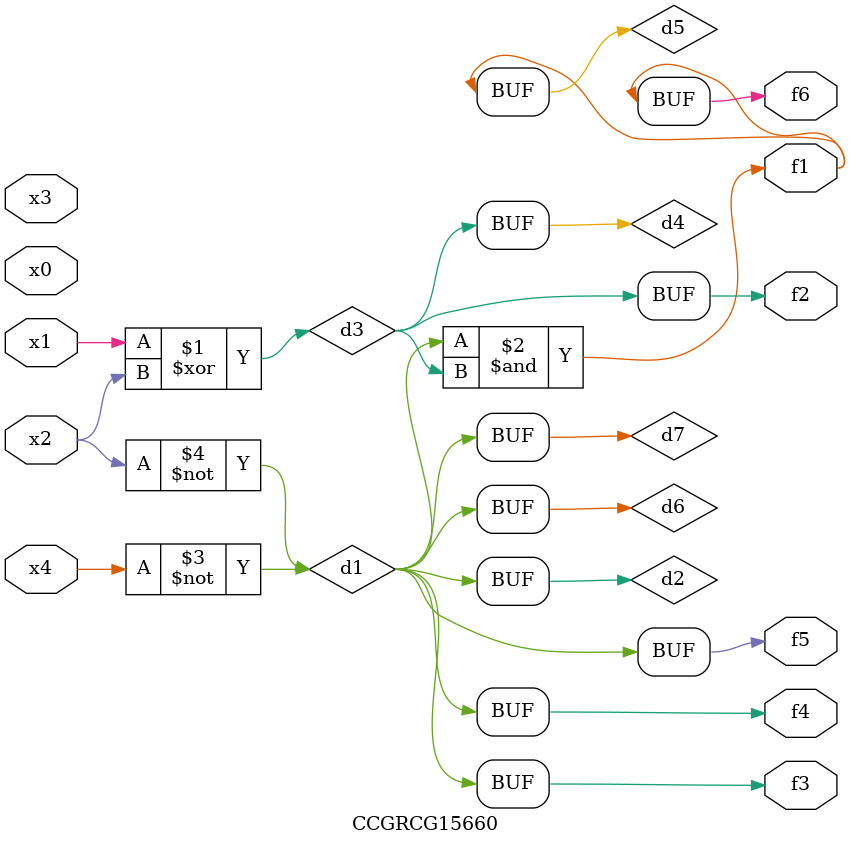
<source format=v>
module CCGRCG15660(
	input x0, x1, x2, x3, x4,
	output f1, f2, f3, f4, f5, f6
);

	wire d1, d2, d3, d4, d5, d6, d7;

	not (d1, x4);
	not (d2, x2);
	xor (d3, x1, x2);
	buf (d4, d3);
	and (d5, d1, d3);
	buf (d6, d1, d2);
	buf (d7, d2);
	assign f1 = d5;
	assign f2 = d4;
	assign f3 = d7;
	assign f4 = d7;
	assign f5 = d7;
	assign f6 = d5;
endmodule

</source>
